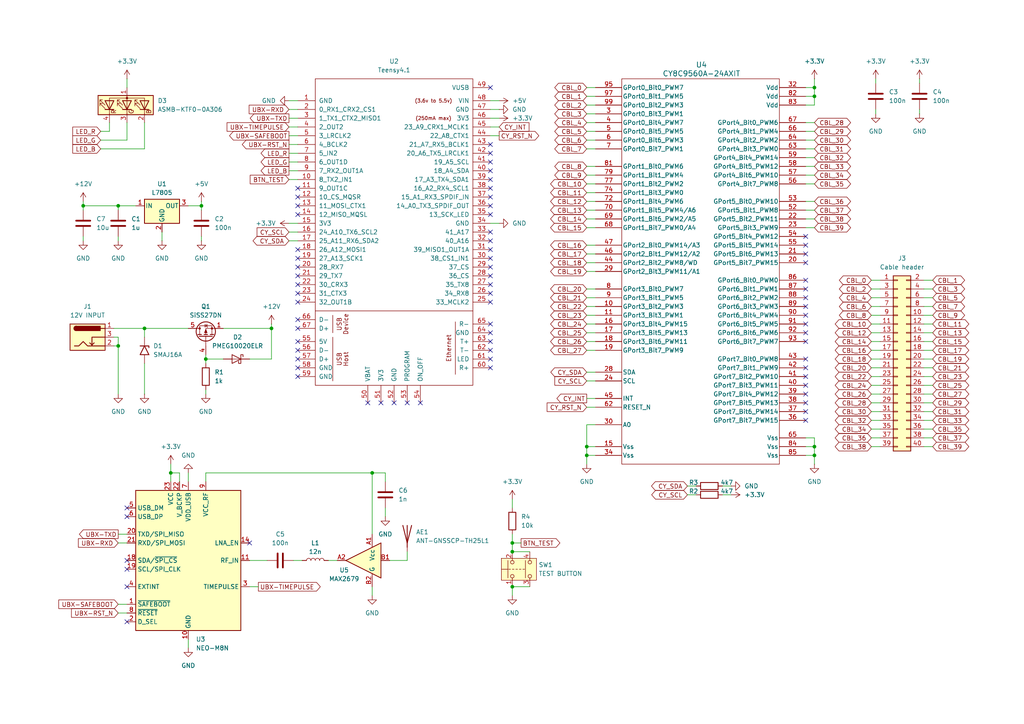
<source format=kicad_sch>
(kicad_sch (version 20231120) (generator "eeschema") (generator_version "8.0")
  (paper "A4")
  (title_block (title "Hardware Hiring Challenge") (date "2024-05-23") (rev "A") (company "comma.ai"))
  (lib_symbols
    (symbol "CY8C9560A:CY8C9560A-24AXIT" (pin_names (offset 0.254))
      (property "Reference" "U" (at 22.352 4.064 0))
      (property "Value" "CY8C9560A-24AXIT" (at 22.352 1.524 0))
      (symbol "CY8C9560A-24AXIT_0_1"
        (pin bidirectional line (at -7.62 -66.04 0) (length 7.62) (name "GPort3_Bit2_PWM3") (number "10"))
        (pin bidirectional line (at -7.62 -68.58 0) (length 7.62) (name "GPort3_Bit3_PWM1") (number "11"))
        (pin power_in line (at -7.62 -106.68 0) (length 7.62) (name "Vss") (number "15"))
        (pin bidirectional line (at -7.62 -71.12 0) (length 7.62) (name "GPort3_Bit4_PWM15") (number "16"))
        (pin bidirectional line (at -7.62 -73.66 0) (length 7.62) (name "GPort3_Bit5_PWM13") (number "17"))
        (pin bidirectional line (at -7.62 -76.2 0) (length 7.62) (name "GPort3_Bit6_PWM11") (number "18"))
        (pin bidirectional line (at -7.62 -78.74 0) (length 7.62) (name "GPort3_Bit7_PWM9") (number "19"))
        (pin unspecified line (at 53.34 -53.34 180) (length 7.62) (name "GPort5_Bit7_PWM15") (number "20"))
        (pin unspecified line (at 53.34 -50.8 180) (length 7.62) (name "GPort5_Bit6_PWM13") (number "21"))
        (pin unspecified line (at 53.34 -40.64 180) (length 7.62) (name "GPort5_Bit2_PWM11") (number "22"))
        (pin unspecified line (at 53.34 -43.18 180) (length 7.62) (name "GPort5_Bit3_PWM9") (number "23"))
        (pin input line (at -7.62 -87.63 0) (length 7.62) (name "SCL") (number "24"))
        (pin bidirectional line (at -7.62 -85.09 0) (length 7.62) (name "SDA") (number "28"))
        (pin bidirectional line (at -7.62 -55.88 0) (length 7.62) (name "GPort2_Bit3_PWM11/A1") (number "29"))
        (pin bidirectional line (at -7.62 -10.16 0) (length 7.62) (name "GPort0_Bit3_PWM1") (number "3"))
        (pin input line (at -7.62 -100.33 0) (length 7.62) (name "A0") (number "30"))
        (pin power_in line (at 53.34 -2.54 180) (length 7.62) (name "Vdd") (number "32"))
        (pin power_in line (at -7.62 -109.22 0) (length 7.62) (name "Vss") (number "34"))
        (pin bidirectional line (at 53.34 -99.06 180) (length 7.62) (name "GPort7_Bit7_PWM15") (number "36"))
        (pin bidirectional line (at 53.34 -96.52 180) (length 7.62) (name "GPort7_Bit6_PWM14") (number "37"))
        (pin bidirectional line (at 53.34 -93.98 180) (length 7.62) (name "GPort7_Bit5_PWM13") (number "38"))
        (pin bidirectional line (at 53.34 -91.44 180) (length 7.62) (name "GPort7_Bit4_PWM12") (number "39"))
        (pin bidirectional line (at -7.62 -12.7 0) (length 7.62) (name "GPort0_Bit4_PWM7") (number "4"))
        (pin bidirectional line (at 53.34 -88.9 180) (length 7.62) (name "GPort7_Bit3_PWM11") (number "40"))
        (pin bidirectional line (at 53.34 -86.36 180) (length 7.62) (name "GPort7_Bit2_PWM10") (number "41"))
        (pin bidirectional line (at 53.34 -83.82 180) (length 7.62) (name "GPort7_Bit1_PWM9") (number "42"))
        (pin bidirectional line (at 53.34 -81.28 180) (length 7.62) (name "GPort7_Bit0_PWM8") (number "43"))
        (pin bidirectional line (at -7.62 -53.34 0) (length 7.62) (name "GPort2_Bit2_PWM8/WD") (number "44"))
        (pin output line (at -7.62 -92.71 0) (length 7.62) (name "INT") (number "45"))
        (pin bidirectional line (at -7.62 -50.8 0) (length 7.62) (name "GPort2_Bit1_PWM12/A2") (number "46"))
        (pin bidirectional line (at -7.62 -48.26 0) (length 7.62) (name "GPort2_Bit0_PWM14/A3") (number "47"))
        (pin bidirectional line (at -7.62 -15.24 0) (length 7.62) (name "GPort0_Bit5_PWM5") (number "5"))
        (pin unspecified line (at 53.34 -38.1 180) (length 7.62) (name "GPort5_Bit1_PWM8") (number "52"))
        (pin unspecified line (at 53.34 -35.56 180) (length 7.62) (name "GPort5_Bit0_PWM10") (number "53"))
        (pin unspecified line (at 53.34 -45.72 180) (length 7.62) (name "GPort5_Bit4_PWM12") (number "54"))
        (pin unspecified line (at 53.34 -48.26 180) (length 7.62) (name "GPort5_Bit5_PWM14") (number "55"))
        (pin unspecified line (at 53.34 -30.48 180) (length 7.62) (name "GPort4_Bit7_PWM8") (number "56"))
        (pin unspecified line (at 53.34 -27.94 180) (length 7.62) (name "GPort4_Bit6_PWM10") (number "57"))
        (pin unspecified line (at 53.34 -25.4 180) (length 7.62) (name "GPort4_Bit5_PWM12") (number "58"))
        (pin unspecified line (at 53.34 -22.86 180) (length 7.62) (name "GPort4_Bit4_PWM14") (number "59"))
        (pin bidirectional line (at -7.62 -17.78 0) (length 7.62) (name "GPort0_Bit6_PWM3") (number "6"))
        (pin input line (at -7.62 -95.25 0) (length 7.62) (name "RESET_N") (number "62"))
        (pin unspecified line (at 53.34 -20.32 180) (length 7.62) (name "GPort4_Bit3_PWM0") (number "63"))
        (pin unspecified line (at 53.34 -17.78 180) (length 7.62) (name "GPort4_Bit2_PWM2") (number "64"))
        (pin power_in line (at 53.34 -104.14 180) (length 7.62) (name "Vss") (number "65"))
        (pin unspecified line (at 53.34 -15.24 180) (length 7.62) (name "GPort4_Bit1_PWM4") (number "66"))
        (pin unspecified line (at 53.34 -12.7 180) (length 7.62) (name "GPort4_Bit0_PWM6") (number "67"))
        (pin unspecified line (at -7.62 -43.18 0) (length 7.62) (name "GPort1_Bit7_PWM0/A4") (number "68"))
        (pin unspecified line (at -7.62 -40.64 0) (length 7.62) (name "GPort1_Bit6_PWM2/A5") (number "69"))
        (pin bidirectional line (at -7.62 -20.32 0) (length 7.62) (name "GPort0_Bit7_PWM1") (number "7"))
        (pin unspecified line (at -7.62 -38.1 0) (length 7.62) (name "GPort1_Bit5_PWM4/A6") (number "70"))
        (pin unspecified line (at -7.62 -35.56 0) (length 7.62) (name "GPort1_Bit4_PWM6") (number "72"))
        (pin unspecified line (at -7.62 -33.02 0) (length 7.62) (name "GPort1_Bit3_PWM0") (number "74"))
        (pin unspecified line (at -7.62 -30.48 0) (length 7.62) (name "GPort1_Bit2_PWM2") (number "77"))
        (pin unspecified line (at -7.62 -27.94 0) (length 7.62) (name "GPort1_Bit1_PWM4") (number "79"))
        (pin bidirectional line (at -7.62 -60.96 0) (length 7.62) (name "GPort3_Bit0_PWM7") (number "8"))
        (pin unspecified line (at -7.62 -25.4 0) (length 7.62) (name "GPort1_Bit0_PWM6") (number "81"))
        (pin power_in line (at 53.34 -5.08 180) (length 7.62) (name "Vdd") (number "82"))
        (pin power_in line (at 53.34 -7.62 180) (length 7.62) (name "Vdd") (number "83"))
        (pin power_in line (at 53.34 -106.68 180) (length 7.62) (name "Vss") (number "84"))
        (pin power_in line (at 53.34 -109.22 180) (length 7.62) (name "Vss") (number "85"))
        (pin bidirectional line (at 53.34 -58.42 180) (length 7.62) (name "GPort6_Bit0_PWM0") (number "86"))
        (pin bidirectional line (at 53.34 -60.96 180) (length 7.62) (name "GPort6_Bit1_PWM1") (number "87"))
        (pin bidirectional line (at 53.34 -63.5 180) (length 7.62) (name "GPort6_Bit2_PWM2") (number "88"))
        (pin bidirectional line (at 53.34 -66.04 180) (length 7.62) (name "GPort6_Bit3_PWM3") (number "89"))
        (pin bidirectional line (at -7.62 -63.5 0) (length 7.62) (name "GPort3_Bit1_PWM5") (number "9"))
        (pin bidirectional line (at 53.34 -68.58 180) (length 7.62) (name "GPort6_Bit4_PWM4") (number "90"))
        (pin bidirectional line (at 53.34 -71.12 180) (length 7.62) (name "GPort6_Bit5_PWM5") (number "91"))
        (pin bidirectional line (at 53.34 -73.66 180) (length 7.62) (name "GPort6_Bit6_PWM6") (number "92"))
        (pin bidirectional line (at 53.34 -76.2 180) (length 7.62) (name "GPort6_Bit7_PWM7") (number "93"))
        (pin bidirectional line (at -7.62 -2.54 0) (length 7.62) (name "GPort0_Bit0_PWM7") (number "95"))
        (pin bidirectional line (at -7.62 -5.08 0) (length 7.62) (name "GPort0_Bit1_PWM5") (number "97"))
        (pin bidirectional line (at -7.62 -7.62 0) (length 7.62) (name "GPort0_Bit2_PWM3") (number "99"))
      )
    )
    (symbol "Connector:Barrel_Jack_Switch" (pin_names hide)
      (property "Reference" "J" (at 0 5.334 0))
      (property "Value" "Barrel_Jack_Switch" (at 0 -5.08 0))
      (symbol "Barrel_Jack_Switch_1_1"
        (pin passive line (at 7.62 2.54 180) (length 2.54) (name "~") (number "1"))
        (pin passive line (at 7.62 -2.54 180) (length 2.54) (name "~") (number "2"))
        (pin passive line (at 7.62 0 180) (length 2.54) (name "~") (number "3"))
      )
    )
    (symbol "Connector_Generic:Conn_02x20_Odd_Even" (pin_names (offset 1.016) hide)
      (property "Reference" "J" (at 1.27 25.4 0))
      (property "Value" "Conn_02x20_Odd_Even" (at 1.27 -27.94 0))
      (symbol "Conn_02x20_Odd_Even_1_1"
        (pin passive line (at -5.08 22.86 0) (length 3.81) (name "Pin_1") (number "1"))
        (pin passive line (at 7.62 12.7 180) (length 3.81) (name "Pin_10") (number "10"))
        (pin passive line (at -5.08 10.16 0) (length 3.81) (name "Pin_11") (number "11"))
        (pin passive line (at 7.62 10.16 180) (length 3.81) (name "Pin_12") (number "12"))
        (pin passive line (at -5.08 7.62 0) (length 3.81) (name "Pin_13") (number "13"))
        (pin passive line (at 7.62 7.62 180) (length 3.81) (name "Pin_14") (number "14"))
        (pin passive line (at -5.08 5.08 0) (length 3.81) (name "Pin_15") (number "15"))
        (pin passive line (at 7.62 5.08 180) (length 3.81) (name "Pin_16") (number "16"))
        (pin passive line (at -5.08 2.54 0) (length 3.81) (name "Pin_17") (number "17"))
        (pin passive line (at 7.62 2.54 180) (length 3.81) (name "Pin_18") (number "18"))
        (pin passive line (at -5.08 0 0) (length 3.81) (name "Pin_19") (number "19"))
        (pin passive line (at 7.62 22.86 180) (length 3.81) (name "Pin_2") (number "2"))
        (pin passive line (at 7.62 0 180) (length 3.81) (name "Pin_20") (number "20"))
        (pin passive line (at -5.08 -2.54 0) (length 3.81) (name "Pin_21") (number "21"))
        (pin passive line (at 7.62 -2.54 180) (length 3.81) (name "Pin_22") (number "22"))
        (pin passive line (at -5.08 -5.08 0) (length 3.81) (name "Pin_23") (number "23"))
        (pin passive line (at 7.62 -5.08 180) (length 3.81) (name "Pin_24") (number "24"))
        (pin passive line (at -5.08 -7.62 0) (length 3.81) (name "Pin_25") (number "25"))
        (pin passive line (at 7.62 -7.62 180) (length 3.81) (name "Pin_26") (number "26"))
        (pin passive line (at -5.08 -10.16 0) (length 3.81) (name "Pin_27") (number "27"))
        (pin passive line (at 7.62 -10.16 180) (length 3.81) (name "Pin_28") (number "28"))
        (pin passive line (at -5.08 -12.7 0) (length 3.81) (name "Pin_29") (number "29"))
        (pin passive line (at -5.08 20.32 0) (length 3.81) (name "Pin_3") (number "3"))
        (pin passive line (at 7.62 -12.7 180) (length 3.81) (name "Pin_30") (number "30"))
        (pin passive line (at -5.08 -15.24 0) (length 3.81) (name "Pin_31") (number "31"))
        (pin passive line (at 7.62 -15.24 180) (length 3.81) (name "Pin_32") (number "32"))
        (pin passive line (at -5.08 -17.78 0) (length 3.81) (name "Pin_33") (number "33"))
        (pin passive line (at 7.62 -17.78 180) (length 3.81) (name "Pin_34") (number "34"))
        (pin passive line (at -5.08 -20.32 0) (length 3.81) (name "Pin_35") (number "35"))
        (pin passive line (at 7.62 -20.32 180) (length 3.81) (name "Pin_36") (number "36"))
        (pin passive line (at -5.08 -22.86 0) (length 3.81) (name "Pin_37") (number "37"))
        (pin passive line (at 7.62 -22.86 180) (length 3.81) (name "Pin_38") (number "38"))
        (pin passive line (at -5.08 -25.4 0) (length 3.81) (name "Pin_39") (number "39"))
        (pin passive line (at 7.62 20.32 180) (length 3.81) (name "Pin_4") (number "4"))
        (pin passive line (at 7.62 -25.4 180) (length 3.81) (name "Pin_40") (number "40"))
        (pin passive line (at -5.08 17.78 0) (length 3.81) (name "Pin_5") (number "5"))
        (pin passive line (at 7.62 17.78 180) (length 3.81) (name "Pin_6") (number "6"))
        (pin passive line (at -5.08 15.24 0) (length 3.81) (name "Pin_7") (number "7"))
        (pin passive line (at 7.62 15.24 180) (length 3.81) (name "Pin_8") (number "8"))
        (pin passive line (at -5.08 12.7 0) (length 3.81) (name "Pin_9") (number "9"))
      )
    )
    (symbol "Device:Antenna" (pin_numbers hide) (pin_names (offset 1.016) hide)
      (property "Reference" "AE" (at -1.905 1.905 0))
      (property "Value" "Antenna" (at -1.905 0 0))
      (symbol "Antenna_1_1"
        (pin input line (at 0 -5.08 90) (length 2.54) (name "A") (number "1"))
      )
    )
    (symbol "Device:C" (pin_numbers hide) (pin_names (offset 0.254))
      (property "Reference" "C" (at 0.635 2.54 0))
      (property "Value" "C" (at 0.635 -2.54 0))
      (symbol "C_1_1"
        (pin passive line (at 0 3.81 270) (length 2.794) (name "~") (number "1"))
        (pin passive line (at 0 -3.81 90) (length 2.794) (name "~") (number "2"))
      )
    )
    (symbol "Device:L" (pin_numbers hide) (pin_names (offset 1.016) hide)
      (property "Reference" "L" (at -1.27 0 90))
      (property "Value" "L" (at 1.905 0 90))
      (symbol "L_1_1"
        (pin passive line (at 0 3.81 270) (length 1.27) (name "1") (number "1"))
        (pin passive line (at 0 -3.81 90) (length 1.27) (name "2") (number "2"))
      )
    )
    (symbol "Device:LED_ABGR" (pin_names (offset 0) hide)
      (property "Reference" "D" (at 0 9.398 0))
      (property "Value" "LED_ABGR" (at 0 -8.89 0))
      (symbol "LED_ABGR_0_0"
        (text "B" (at -1.905 -6.35 0) (effects (font (size 1.27 1.27))))
        (text "G" (at -1.905 -1.27 0) (effects (font (size 1.27 1.27))))
        (text "R" (at -1.905 3.81 0) (effects (font (size 1.27 1.27))))
      )
      (symbol "LED_ABGR_1_1"
        (pin passive line (at 5.08 0 180) (length 2.54) (name "A") (number "1"))
        (pin passive line (at -5.08 -5.08 0) (length 2.54) (name "BK") (number "2"))
        (pin passive line (at -5.08 0 0) (length 2.54) (name "GK") (number "3"))
        (pin passive line (at -5.08 5.08 0) (length 2.54) (name "RK") (number "4"))
      )
    )
    (symbol "Device:R" (pin_numbers hide) (pin_names (offset 0))
      (property "Reference" "R" (at 2.032 0 90))
      (property "Value" "R" (at 0 0 90))
      (symbol "R_1_1"
        (pin passive line (at 0 3.81 270) (length 1.27) (name "~") (number "1"))
        (pin passive line (at 0 -3.81 90) (length 1.27) (name "~") (number "2"))
      )
    )
    (symbol "Diode:PMEG10020ELR" (pin_numbers hide) (pin_names hide)
      (property "Reference" "D" (at 0 2.54 0))
      (property "Value" "PMEG10020ELR" (at 0 -2.54 0))
      (symbol "PMEG10020ELR_1_1"
        (pin passive line (at -3.81 0 0) (length 2.54) (name "K") (number "1"))
        (pin passive line (at 3.81 0 180) (length 2.54) (name "A") (number "2"))
      )
    )
    (symbol "Diode:SMAJ16A" (pin_numbers hide) (pin_names (offset 1.016) hide)
      (property "Reference" "D" (at 0 2.54 0))
      (property "Value" "SMAJ16A" (at 0 -2.54 0))
      (symbol "SMAJ16A_1_1"
        (pin passive line (at -3.81 0 0) (length 2.54) (name "A1") (number "1"))
        (pin passive line (at 3.81 0 180) (length 2.54) (name "A2") (number "2"))
      )
    )
    (symbol "RF_Amplifier:MAX2679"
      (property "Reference" "U" (at 2.54 6.35 0))
      (property "Value" "MAX2679" (at 3.81 3.81 0))
      (symbol "MAX2679_1_1"
        (pin power_in line (at -2.54 7.62 270) (length 3.81) (name "Vcc") (number "A1"))
        (pin output line (at 7.62 0 180) (length 2.54) (name "~") (number "A2"))
        (pin input line (at -7.62 0 0) (length 2.54) (name "~") (number "B1"))
        (pin power_in line (at -2.54 -7.62 90) (length 3.81) (name "G") (number "B2"))
      )
    )
    (symbol "RF_GPS:NEO-M8N"
      (property "Reference" "U" (at -13.97 21.59 0))
      (property "Value" "NEO-M8N" (at 11.43 21.59 0))
      (symbol "NEO-M8N_1_1"
        (pin input line (at -17.78 -12.7 0) (length 2.54) (name "~{SAFEBOOT}") (number "1"))
        (pin power_in line (at 0 -22.86 90) (length 2.54) (name "GND") (number "10"))
        (pin input line (at 17.78 0 180) (length 2.54) (name "RF_IN") (number "11"))
        (pin passive line (at 0 -22.86 90) (length 2.54) hide (name "GND") (number "12"))
        (pin passive line (at 0 -22.86 90) (length 2.54) hide (name "GND") (number "13"))
        (pin output line (at 17.78 5.08 180) (length 2.54) (name "LNA_EN") (number "14"))
        (pin no_connect line (at 15.24 -10.16 180) (length 2.54) hide (name "RESERVED") (number "15"))
        (pin no_connect line (at 15.24 -12.7 180) (length 2.54) hide (name "RESERVED") (number "16"))
        (pin no_connect line (at 15.24 -15.24 180) (length 2.54) hide (name "RESERVED") (number "17"))
        (pin bidirectional line (at -17.78 0 0) (length 2.54) (name "SDA/~{SPI_CS}") (number "18"))
        (pin input line (at -17.78 -2.54 0) (length 2.54) (name "SCL/SPI_CLK") (number "19"))
        (pin input line (at -17.78 -17.78 0) (length 2.54) (name "D_SEL") (number "2"))
        (pin output line (at -17.78 7.62 0) (length 2.54) (name "TXD/SPI_MISO") (number "20"))
        (pin input line (at -17.78 5.08 0) (length 2.54) (name "RXD/SPI_MOSI") (number "21"))
        (pin power_in line (at -2.54 22.86 270) (length 2.54) (name "V_BCKP") (number "22"))
        (pin power_in line (at -5.08 22.86 270) (length 2.54) (name "VCC") (number "23"))
        (pin passive line (at 0 -22.86 90) (length 2.54) hide (name "GND") (number "24"))
        (pin output line (at 17.78 -7.62 180) (length 2.54) (name "TIMEPULSE") (number "3"))
        (pin input line (at -17.78 -7.62 0) (length 2.54) (name "EXTINT") (number "4"))
        (pin bidirectional line (at -17.78 15.24 0) (length 2.54) (name "USB_DM") (number "5"))
        (pin bidirectional line (at -17.78 12.7 0) (length 2.54) (name "USB_DP") (number "6"))
        (pin power_in line (at 0 22.86 270) (length 2.54) (name "VDD_USB") (number "7"))
        (pin input line (at -17.78 -15.24 0) (length 2.54) (name "~{RESET}") (number "8"))
        (pin power_out line (at 5.08 22.86 270) (length 2.54) (name "VCC_RF") (number "9"))
      )
    )
    (symbol "Regulator_Linear:L7805" (pin_names (offset 0.254))
      (property "Reference" "U" (at -3.81 3.175 0))
      (property "Value" "L7805" (at 0 3.175 0))
      (symbol "L7805_1_1"
        (pin power_in line (at -7.62 0 0) (length 2.54) (name "IN") (number "1"))
        (pin power_in line (at 0 -7.62 90) (length 2.54) (name "GND") (number "2"))
        (pin power_out line (at 7.62 0 180) (length 2.54) (name "OUT") (number "3"))
      )
    )
    (symbol "Switch:SW_Push_Dual" (pin_names (offset 1.016) hide)
      (property "Reference" "SW" (at 0 7.62 0))
      (property "Value" "SW_Push_Dual" (at 0 -6.35 0))
      (symbol "SW_Push_Dual_0_1"
        (pin passive line (at -5.08 2.54 0) (length 2.54) (name "1") (number "1"))
        (pin passive line (at 5.08 2.54 180) (length 2.54) (name "2") (number "2"))
        (pin passive line (at -5.08 -2.54 0) (length 2.54) (name "3") (number "3"))
        (pin passive line (at 5.08 -2.54 180) (length 2.54) (name "4") (number "4"))
      )
    )
    (symbol "Transistor_FET:SiSS27DN" (pin_names hide)
      (property "Reference" "Q" (at 5.08 1.905 0))
      (property "Value" "SiSS27DN" (at 5.08 0 0))
      (symbol "SiSS27DN_1_1"
        (pin passive line (at 2.54 -5.08 90) (length 2.54) (name "S") (number "1"))
        (pin passive line (at 2.54 -5.08 90) (length 2.54) hide (name "S") (number "2"))
        (pin passive line (at 2.54 -5.08 90) (length 2.54) hide (name "S") (number "3"))
        (pin passive line (at -5.08 0 0) (length 2.54) (name "G") (number "4"))
        (pin passive line (at 2.54 5.08 270) (length 2.54) (name "D") (number "5"))
      )
    )
    (symbol "power:+12V" (power) (pin_numbers hide) (pin_names (offset 0) hide)
      (property "Value" "+12V" (at 0 3.556 0))
      (symbol "+12V_1_1"
        (pin power_in line (at 0 0 90) (length 0) (name "~") (number "1"))
      )
    )
    (symbol "power:+3.3V" (power) (pin_numbers hide) (pin_names (offset 0) hide)
      (property "Value" "+3.3V" (at 0 3.556 0))
      (symbol "+3.3V_1_1"
        (pin power_in line (at 0 0 90) (length 0) (name "~") (number "1"))
      )
    )
    (symbol "power:+5V" (power) (pin_numbers hide) (pin_names (offset 0) hide)
      (property "Value" "+5V" (at 0 3.556 0))
      (symbol "+5V_1_1"
        (pin power_in line (at 0 0 90) (length 0) (name "~") (number "1"))
      )
    )
    (symbol "power:GND" (power) (pin_numbers hide) (pin_names (offset 0) hide)
      (property "Value" "GND" (at 0 -3.81 0))
      (symbol "GND_1_1"
        (pin power_in line (at 0 0 270) (length 0) (name "~") (number "1"))
      )
    )
    (symbol "teensy:Teensy4.1" (pin_names (offset 1.016))
      (property "Reference" "U" (at 0 64.77 0))
      (property "Value" "Teensy4.1" (at 0 62.23 0))
      (symbol "Teensy4.1_0_0"
        (text "(250mA max)" (at 11.43 49.53 0) (effects (font (size 1.016 1.016))))
        (text "(3.6v to 5.5v)" (at 11.43 54.61 0) (effects (font (size 1.016 1.016))))
        (text "Device" (at -13.97 -10.16 900) (effects (font (size 1.27 1.27))))
        (text "Ethernet" (at 15.875 -17.145 900) (effects (font (size 1.27 1.27))))
        (text "Host" (at -13.97 -20.32 900) (effects (font (size 1.27 1.27))))
        (text "USB" (at -15.875 -20.32 900) (effects (font (size 1.27 1.27))))
        (text "USB" (at -15.875 -10.16 900) (effects (font (size 1.27 1.27))))
        (pin bidirectional line (at -27.94 31.75 0) (length 5.08) (name "8_TX2_IN1") (number "10"))
        (pin bidirectional line (at -27.94 29.21 0) (length 5.08) (name "9_OUT1C") (number "11"))
        (pin bidirectional line (at -27.94 26.67 0) (length 5.08) (name "10_CS_MQSR") (number "12"))
        (pin bidirectional line (at -27.94 24.13 0) (length 5.08) (name "11_MOSI_CTX1") (number "13"))
        (pin bidirectional line (at -27.94 21.59 0) (length 5.08) (name "12_MISO_MQSL") (number "14"))
        (pin power_in line (at -27.94 19.05 0) (length 5.08) (name "3V3") (number "15"))
        (pin bidirectional line (at -27.94 16.51 0) (length 5.08) (name "24_A10_TX6_SCL2") (number "16"))
        (pin bidirectional line (at -27.94 13.97 0) (length 5.08) (name "25_A11_RX6_SDA2") (number "17"))
        (pin bidirectional line (at -27.94 11.43 0) (length 5.08) (name "26_A12_MOSI1") (number "18"))
        (pin bidirectional line (at -27.94 8.89 0) (length 5.08) (name "27_A13_SCK1") (number "19"))
        (pin bidirectional line (at -27.94 6.35 0) (length 5.08) (name "28_RX7") (number "20"))
        (pin bidirectional line (at -27.94 3.81 0) (length 5.08) (name "29_TX7") (number "21"))
        (pin bidirectional line (at -27.94 1.27 0) (length 5.08) (name "30_CRX3") (number "22"))
        (pin bidirectional line (at -27.94 -1.27 0) (length 5.08) (name "31_CTX3") (number "23"))
        (pin bidirectional line (at -27.94 -3.81 0) (length 5.08) (name "32_OUT1B") (number "24"))
        (pin bidirectional line (at 27.94 -3.81 180) (length 5.08) (name "33_MCLK2") (number "25"))
        (pin bidirectional line (at 27.94 -1.27 180) (length 5.08) (name "34_RX8") (number "26"))
        (pin bidirectional line (at 27.94 1.27 180) (length 5.08) (name "35_TX8") (number "27"))
        (pin bidirectional line (at 27.94 3.81 180) (length 5.08) (name "36_CS") (number "28"))
        (pin bidirectional line (at 27.94 6.35 180) (length 5.08) (name "37_CS") (number "29"))
        (pin bidirectional line (at 27.94 8.89 180) (length 5.08) (name "38_CS1_IN1") (number "30"))
        (pin bidirectional line (at 27.94 11.43 180) (length 5.08) (name "39_MISO1_OUT1A") (number "31"))
        (pin bidirectional line (at 27.94 13.97 180) (length 5.08) (name "40_A16") (number "32"))
        (pin bidirectional line (at 27.94 16.51 180) (length 5.08) (name "41_A17") (number "33"))
        (pin bidirectional line (at 27.94 21.59 180) (length 5.08) (name "13_SCK_LED") (number "35"))
        (pin bidirectional line (at 27.94 24.13 180) (length 5.08) (name "14_A0_TX3_SPDIF_OUT") (number "36"))
        (pin bidirectional line (at 27.94 26.67 180) (length 5.08) (name "15_A1_RX3_SPDIF_IN") (number "37"))
        (pin bidirectional line (at 27.94 29.21 180) (length 5.08) (name "16_A2_RX4_SCL1") (number "38"))
        (pin bidirectional line (at 27.94 31.75 180) (length 5.08) (name "17_A3_TX4_SDA1") (number "39"))
        (pin bidirectional line (at 27.94 34.29 180) (length 5.08) (name "18_A4_SDA") (number "40"))
        (pin bidirectional line (at 27.94 36.83 180) (length 5.08) (name "19_A5_SCL") (number "41"))
        (pin bidirectional line (at 27.94 39.37 180) (length 5.08) (name "20_A6_TX5_LRCLK1") (number "42"))
        (pin bidirectional line (at 27.94 41.91 180) (length 5.08) (name "21_A7_RX5_BCLK1") (number "43"))
        (pin bidirectional line (at 27.94 44.45 180) (length 5.08) (name "22_A8_CTX1") (number "44"))
        (pin bidirectional line (at 27.94 46.99 180) (length 5.08) (name "23_A9_CRX1_MCLK1") (number "45"))
        (pin output line (at 27.94 49.53 180) (length 5.08) (name "3V3") (number "46"))
        (pin output line (at 27.94 52.07 180) (length 5.08) (name "GND") (number "47"))
        (pin power_in line (at 27.94 54.61 180) (length 5.08) (name "VIN") (number "48"))
        (pin power_out line (at 27.94 58.42 180) (length 5.08) (name "VUSB") (number "49"))
        (pin bidirectional line (at -27.94 44.45 0) (length 5.08) (name "3_LRCLK2") (number "5"))
        (pin power_in line (at -7.62 -33.02 90) (length 5.08) (name "VBAT") (number "50"))
        (pin power_in line (at -3.81 -33.02 90) (length 5.08) (name "3V3") (number "51"))
        (pin input line (at 0 -33.02 90) (length 5.08) (name "GND") (number "52"))
        (pin input line (at 3.81 -33.02 90) (length 5.08) (name "PROGRAM") (number "53"))
        (pin input line (at 7.62 -33.02 90) (length 5.08) (name "ON_OFF") (number "54"))
        (pin power_out line (at -27.94 -15.24 0) (length 5.08) (name "5V") (number "55"))
        (pin bidirectional line (at -27.94 -17.78 0) (length 5.08) (name "D-") (number "56"))
        (pin bidirectional line (at -27.94 -20.32 0) (length 5.08) (name "D+") (number "57"))
        (pin power_in line (at -27.94 -22.86 0) (length 5.08) (name "GND") (number "58"))
        (pin power_in line (at -27.94 -25.4 0) (length 5.08) (name "GND") (number "59"))
        (pin bidirectional line (at -27.94 41.91 0) (length 5.08) (name "4_BCLK2") (number "6"))
        (pin bidirectional line (at 27.94 -22.86 180) (length 5.08) (name "R+") (number "60"))
        (pin bidirectional line (at 27.94 -20.32 180) (length 5.08) (name "LED") (number "61"))
        (pin bidirectional line (at 27.94 -17.78 180) (length 5.08) (name "T-") (number "62"))
        (pin bidirectional line (at 27.94 -15.24 180) (length 5.08) (name "T+") (number "63"))
        (pin power_in line (at 27.94 -12.7 180) (length 5.08) (name "GND") (number "64"))
        (pin bidirectional line (at 27.94 -10.16 180) (length 5.08) (name "R-") (number "65"))
        (pin bidirectional line (at -27.94 -8.89 0) (length 5.08) (name "D-") (number "66"))
        (pin bidirectional line (at -27.94 -11.43 0) (length 5.08) (name "D+") (number "67"))
        (pin bidirectional line (at -27.94 39.37 0) (length 5.08) (name "5_IN2") (number "7"))
        (pin bidirectional line (at -27.94 36.83 0) (length 5.08) (name "6_OUT1D") (number "8"))
        (pin bidirectional line (at -27.94 34.29 0) (length 5.08) (name "7_RX2_OUT1A") (number "9"))
      )
      (symbol "Teensy4.1_1_1"
        (pin power_in line (at -27.94 54.61 0) (length 5.08) (name "GND") (number "1"))
        (pin bidirectional line (at -27.94 52.07 0) (length 5.08) (name "0_RX1_CRX2_CS1") (number "2"))
        (pin bidirectional line (at -27.94 49.53 0) (length 5.08) (name "1_TX1_CTX2_MISO1") (number "3"))
        (pin power_in line (at 27.94 19.05 180) (length 5.08) (name "GND") (number "34"))
        (pin bidirectional line (at -27.94 46.99 0) (length 5.08) (name "2_OUT2") (number "4"))
      )
    )
  )
  (junction (at 41.91 95.25))
  (junction (at 236.22 132.08))
  (junction (at 24.13 59.69))
  (junction (at 58.42 59.69))
  (junction (at 148.59 157.48))
  (junction (at 34.29 59.69))
  (junction (at 148.59 160.02))
  (junction (at 170.18 132.08))
  (junction (at 107.95 137.16))
  (junction (at 236.22 129.54))
  (junction (at 34.29 100.33))
  (junction (at 78.74 95.25))
  (junction (at 236.22 25.4))
  (junction (at 59.69 104.14))
  (junction (at 236.22 27.94))
  (junction (at 170.18 129.54))
  (junction (at 49.53 137.16))
  (junction (at 148.59 170.18))
  (no_connect (at 86.36 57.15))
  (no_connect (at 142.24 104.14))
  (no_connect (at 121.92 116.84))
  (no_connect (at 142.24 41.91))
  (no_connect (at 142.24 96.52))
  (no_connect (at 36.83 162.56))
  (no_connect (at 106.68 116.84))
  (no_connect (at 86.36 99.06))
  (no_connect (at 233.68 71.12))
  (no_connect (at 233.68 73.66))
  (no_connect (at 86.36 85.09))
  (no_connect (at 36.83 149.86))
  (no_connect (at 233.68 114.3))
  (no_connect (at 114.3 116.84))
  (no_connect (at 86.36 106.68))
  (no_connect (at 142.24 67.31))
  (no_connect (at 142.24 49.53))
  (no_connect (at 86.36 82.55))
  (no_connect (at 142.24 62.23))
  (no_connect (at 233.68 119.38))
  (no_connect (at 86.36 80.01))
  (no_connect (at 86.36 59.69))
  (no_connect (at 233.68 121.92))
  (no_connect (at 142.24 87.63))
  (no_connect (at 110.49 116.84))
  (no_connect (at 233.68 91.44))
  (no_connect (at 36.83 180.34))
  (no_connect (at 233.68 86.36))
  (no_connect (at 233.68 104.14))
  (no_connect (at 233.68 93.98))
  (no_connect (at 233.68 96.52))
  (no_connect (at 86.36 92.71))
  (no_connect (at 233.68 111.76))
  (no_connect (at 86.36 87.63))
  (no_connect (at 36.83 165.1))
  (no_connect (at 86.36 104.14))
  (no_connect (at 142.24 82.55))
  (no_connect (at 36.83 147.32))
  (no_connect (at 142.24 54.61))
  (no_connect (at 142.24 69.85))
  (no_connect (at 233.68 68.58))
  (no_connect (at 142.24 85.09))
  (no_connect (at 86.36 54.61))
  (no_connect (at 142.24 59.69))
  (no_connect (at 36.83 170.18))
  (no_connect (at 233.68 81.28))
  (no_connect (at 86.36 72.39))
  (no_connect (at 233.68 76.2))
  (no_connect (at 142.24 46.99))
  (no_connect (at 233.68 106.68))
  (no_connect (at 142.24 25.4))
  (no_connect (at 233.68 88.9))
  (no_connect (at 86.36 74.93))
  (no_connect (at 86.36 101.6))
  (no_connect (at 142.24 101.6))
  (no_connect (at 142.24 74.93))
  (no_connect (at 233.68 99.06))
  (no_connect (at 142.24 72.39))
  (no_connect (at 86.36 109.22))
  (no_connect (at 142.24 80.01))
  (no_connect (at 142.24 99.06))
  (no_connect (at 233.68 109.22))
  (no_connect (at 86.36 95.25))
  (no_connect (at 233.68 83.82))
  (no_connect (at 86.36 62.23))
  (no_connect (at 142.24 52.07))
  (no_connect (at 142.24 77.47))
  (no_connect (at 142.24 93.98))
  (no_connect (at 86.36 77.47))
  (no_connect (at 142.24 57.15))
  (no_connect (at 72.39 157.48))
  (no_connect (at 118.11 116.84))
  (no_connect (at 142.24 44.45))
  (no_connect (at 142.24 106.68))
  (no_connect (at 233.68 116.84))
  (wire (pts (xy 236.22 35.56) (xy 233.68 35.56)))
  (wire (pts (xy 107.95 154.94) (xy 107.95 137.16)))
  (wire (pts (xy 233.68 25.4) (xy 236.22 25.4)))
  (wire (pts (xy 24.13 59.69) (xy 24.13 60.96)))
  (wire (pts (xy 83.82 41.91) (xy 86.36 41.91)))
  (wire (pts (xy 236.22 58.42) (xy 233.68 58.42)))
  (wire (pts (xy 33.02 95.25) (xy 41.91 95.25)))
  (wire (pts (xy 59.69 104.14) (xy 64.77 104.14)))
  (wire (pts (xy 24.13 59.69) (xy 34.29 59.69)))
  (wire (pts (xy 111.76 147.32) (xy 111.76 149.86)))
  (wire (pts (xy 270.51 119.38) (xy 267.97 119.38)))
  (wire (pts (xy 252.73 88.9) (xy 255.27 88.9)))
  (wire (pts (xy 49.53 134.62) (xy 49.53 137.16)))
  (wire (pts (xy 170.18 53.34) (xy 172.72 53.34)))
  (wire (pts (xy 34.29 68.58) (xy 34.29 69.85)))
  (wire (pts (xy 170.18 60.96) (xy 172.72 60.96)))
  (wire (pts (xy 34.29 177.8) (xy 36.83 177.8)))
  (wire (pts (xy 270.51 81.28) (xy 267.97 81.28)))
  (wire (pts (xy 170.18 91.44) (xy 172.72 91.44)))
  (wire (pts (xy 170.18 93.98) (xy 172.72 93.98)))
  (wire (pts (xy 41.91 95.25) (xy 54.61 95.25)))
  (wire (pts (xy 172.72 123.19) (xy 170.18 123.19)))
  (wire (pts (xy 170.18 48.26) (xy 172.72 48.26)))
  (wire (pts (xy 170.18 58.42) (xy 172.72 58.42)))
  (wire (pts (xy 59.69 102.87) (xy 59.69 104.14)))
  (wire (pts (xy 170.18 30.48) (xy 172.72 30.48)))
  (wire (pts (xy 170.18 123.19) (xy 170.18 129.54)))
  (wire (pts (xy 236.22 43.18) (xy 233.68 43.18)))
  (wire (pts (xy 170.18 96.52) (xy 172.72 96.52)))
  (wire (pts (xy 233.68 129.54) (xy 236.22 129.54)))
  (wire (pts (xy 148.59 170.18) (xy 148.59 172.72)))
  (wire (pts (xy 270.51 88.9) (xy 267.97 88.9)))
  (wire (pts (xy 34.29 175.26) (xy 36.83 175.26)))
  (wire (pts (xy 142.24 34.29) (xy 144.78 34.29)))
  (wire (pts (xy 233.68 30.48) (xy 236.22 30.48)))
  (wire (pts (xy 72.39 170.18) (xy 74.93 170.18)))
  (wire (pts (xy 252.73 127) (xy 255.27 127)))
  (wire (pts (xy 170.18 78.74) (xy 172.72 78.74)))
  (wire (pts (xy 252.73 106.68) (xy 255.27 106.68)))
  (wire (pts (xy 33.02 100.33) (xy 34.29 100.33)))
  (wire (pts (xy 236.22 66.04) (xy 233.68 66.04)))
  (wire (pts (xy 199.39 140.97) (xy 201.93 140.97)))
  (wire (pts (xy 36.83 40.64) (xy 36.83 35.56)))
  (wire (pts (xy 54.61 185.42) (xy 54.61 187.96)))
  (wire (pts (xy 170.18 35.56) (xy 172.72 35.56)))
  (wire (pts (xy 49.53 139.7) (xy 49.53 137.16)))
  (wire (pts (xy 170.18 118.11) (xy 172.72 118.11)))
  (wire (pts (xy 170.18 99.06) (xy 172.72 99.06)))
  (wire (pts (xy 236.22 129.54) (xy 236.22 132.08)))
  (wire (pts (xy 64.77 95.25) (xy 78.74 95.25)))
  (wire (pts (xy 83.82 67.31) (xy 86.36 67.31)))
  (wire (pts (xy 83.82 52.07) (xy 86.36 52.07)))
  (wire (pts (xy 270.51 127) (xy 267.97 127)))
  (wire (pts (xy 170.18 33.02) (xy 172.72 33.02)))
  (wire (pts (xy 270.51 106.68) (xy 267.97 106.68)))
  (wire (pts (xy 29.21 43.18) (xy 41.91 43.18)))
  (wire (pts (xy 36.83 22.86) (xy 36.83 25.4)))
  (wire (pts (xy 58.42 59.69) (xy 58.42 60.96)))
  (wire (pts (xy 270.51 86.36) (xy 267.97 86.36)))
  (wire (pts (xy 252.73 124.46) (xy 255.27 124.46)))
  (wire (pts (xy 270.51 116.84) (xy 267.97 116.84)))
  (wire (pts (xy 148.59 157.48) (xy 151.13 157.48)))
  (wire (pts (xy 252.73 111.76) (xy 255.27 111.76)))
  (wire (pts (xy 170.18 25.4) (xy 172.72 25.4)))
  (wire (pts (xy 270.51 96.52) (xy 267.97 96.52)))
  (wire (pts (xy 24.13 58.42) (xy 24.13 59.69)))
  (wire (pts (xy 59.69 104.14) (xy 59.69 105.41)))
  (wire (pts (xy 34.29 59.69) (xy 34.29 60.96)))
  (wire (pts (xy 95.25 162.56) (xy 97.79 162.56)))
  (wire (pts (xy 170.18 66.04) (xy 172.72 66.04)))
  (wire (pts (xy 34.29 157.48) (xy 36.83 157.48)))
  (wire (pts (xy 236.22 132.08) (xy 236.22 134.62)))
  (wire (pts (xy 236.22 38.1) (xy 233.68 38.1)))
  (wire (pts (xy 142.24 39.37) (xy 144.78 39.37)))
  (wire (pts (xy 83.82 29.21) (xy 86.36 29.21)))
  (wire (pts (xy 170.18 83.82) (xy 172.72 83.82)))
  (wire (pts (xy 236.22 127) (xy 236.22 129.54)))
  (wire (pts (xy 252.73 104.14) (xy 255.27 104.14)))
  (wire (pts (xy 85.09 162.56) (xy 87.63 162.56)))
  (wire (pts (xy 266.7 31.75) (xy 266.7 33.02)))
  (wire (pts (xy 252.73 86.36) (xy 255.27 86.36)))
  (wire (pts (xy 34.29 100.33) (xy 34.29 114.3)))
  (wire (pts (xy 41.91 105.41) (xy 41.91 114.3)))
  (wire (pts (xy 83.82 49.53) (xy 86.36 49.53)))
  (wire (pts (xy 170.18 132.08) (xy 172.72 132.08)))
  (wire (pts (xy 170.18 43.18) (xy 172.72 43.18)))
  (wire (pts (xy 59.69 137.16) (xy 59.69 139.7)))
  (wire (pts (xy 170.18 27.94) (xy 172.72 27.94)))
  (wire (pts (xy 78.74 104.14) (xy 72.39 104.14)))
  (wire (pts (xy 170.18 38.1) (xy 172.72 38.1)))
  (wire (pts (xy 236.22 48.26) (xy 233.68 48.26)))
  (wire (pts (xy 142.24 64.77) (xy 144.78 64.77)))
  (wire (pts (xy 170.18 55.88) (xy 172.72 55.88)))
  (wire (pts (xy 252.73 99.06) (xy 255.27 99.06)))
  (wire (pts (xy 252.73 96.52) (xy 255.27 96.52)))
  (wire (pts (xy 252.73 116.84) (xy 255.27 116.84)))
  (wire (pts (xy 270.51 129.54) (xy 267.97 129.54)))
  (wire (pts (xy 118.11 160.02) (xy 118.11 162.56)))
  (wire (pts (xy 236.22 60.96) (xy 233.68 60.96)))
  (wire (pts (xy 24.13 68.58) (xy 24.13 69.85)))
  (wire (pts (xy 83.82 34.29) (xy 86.36 34.29)))
  (wire (pts (xy 54.61 137.16) (xy 54.61 139.7)))
  (wire (pts (xy 111.76 137.16) (xy 107.95 137.16)))
  (wire (pts (xy 236.22 30.48) (xy 236.22 27.94)))
  (wire (pts (xy 270.51 93.98) (xy 267.97 93.98)))
  (wire (pts (xy 78.74 93.98) (xy 78.74 95.25)))
  (wire (pts (xy 170.18 40.64) (xy 172.72 40.64)))
  (wire (pts (xy 170.18 76.2) (xy 172.72 76.2)))
  (wire (pts (xy 46.99 67.31) (xy 46.99 69.85)))
  (wire (pts (xy 170.18 101.6) (xy 172.72 101.6)))
  (wire (pts (xy 236.22 63.5) (xy 233.68 63.5)))
  (wire (pts (xy 252.73 121.92) (xy 255.27 121.92)))
  (wire (pts (xy 54.61 59.69) (xy 58.42 59.69)))
  (wire (pts (xy 170.18 129.54) (xy 170.18 132.08)))
  (wire (pts (xy 252.73 129.54) (xy 255.27 129.54)))
  (wire (pts (xy 52.07 137.16) (xy 52.07 139.7)))
  (wire (pts (xy 236.22 45.72) (xy 233.68 45.72)))
  (wire (pts (xy 170.18 71.12) (xy 172.72 71.12)))
  (wire (pts (xy 33.02 97.79) (xy 34.29 97.79)))
  (wire (pts (xy 29.21 40.64) (xy 36.83 40.64)))
  (wire (pts (xy 148.59 160.02) (xy 153.67 160.02)))
  (wire (pts (xy 31.75 35.56) (xy 31.75 38.1)))
  (wire (pts (xy 252.73 83.82) (xy 255.27 83.82)))
  (wire (pts (xy 34.29 97.79) (xy 34.29 100.33)))
  (wire (pts (xy 83.82 31.75) (xy 86.36 31.75)))
  (wire (pts (xy 252.73 101.6) (xy 255.27 101.6)))
  (wire (pts (xy 236.22 27.94) (xy 236.22 25.4)))
  (wire (pts (xy 142.24 29.21) (xy 144.78 29.21)))
  (wire (pts (xy 29.21 38.1) (xy 31.75 38.1)))
  (wire (pts (xy 233.68 27.94) (xy 236.22 27.94)))
  (wire (pts (xy 170.18 50.8) (xy 172.72 50.8)))
  (wire (pts (xy 270.51 124.46) (xy 267.97 124.46)))
  (wire (pts (xy 252.73 93.98) (xy 255.27 93.98)))
  (wire (pts (xy 270.51 99.06) (xy 267.97 99.06)))
  (wire (pts (xy 233.68 127) (xy 236.22 127)))
  (wire (pts (xy 236.22 50.8) (xy 233.68 50.8)))
  (wire (pts (xy 270.51 121.92) (xy 267.97 121.92)))
  (wire (pts (xy 270.51 104.14) (xy 267.97 104.14)))
  (wire (pts (xy 254 22.86) (xy 254 24.13)))
  (wire (pts (xy 266.7 22.86) (xy 266.7 24.13)))
  (wire (pts (xy 170.18 110.49) (xy 172.72 110.49)))
  (wire (pts (xy 212.09 140.97) (xy 209.55 140.97)))
  (wire (pts (xy 41.91 43.18) (xy 41.91 35.56)))
  (wire (pts (xy 142.24 36.83) (xy 144.78 36.83)))
  (wire (pts (xy 252.73 81.28) (xy 255.27 81.28)))
  (wire (pts (xy 148.59 154.94) (xy 148.59 157.48)))
  (wire (pts (xy 34.29 154.94) (xy 36.83 154.94)))
  (wire (pts (xy 252.73 109.22) (xy 255.27 109.22)))
  (wire (pts (xy 199.39 143.51) (xy 201.93 143.51)))
  (wire (pts (xy 270.51 101.6) (xy 267.97 101.6)))
  (wire (pts (xy 34.29 59.69) (xy 39.37 59.69)))
  (wire (pts (xy 83.82 39.37) (xy 86.36 39.37)))
  (wire (pts (xy 83.82 64.77) (xy 86.36 64.77)))
  (wire (pts (xy 111.76 137.16) (xy 111.76 139.7)))
  (wire (pts (xy 233.68 132.08) (xy 236.22 132.08)))
  (wire (pts (xy 270.51 83.82) (xy 267.97 83.82)))
  (wire (pts (xy 170.18 107.95) (xy 172.72 107.95)))
  (wire (pts (xy 236.22 40.64) (xy 233.68 40.64)))
  (wire (pts (xy 252.73 91.44) (xy 255.27 91.44)))
  (wire (pts (xy 59.69 113.03) (xy 59.69 114.3)))
  (wire (pts (xy 209.55 143.51) (xy 212.09 143.51)))
  (wire (pts (xy 236.22 53.34) (xy 233.68 53.34)))
  (wire (pts (xy 83.82 44.45) (xy 86.36 44.45)))
  (wire (pts (xy 148.59 170.18) (xy 153.67 170.18)))
  (wire (pts (xy 83.82 69.85) (xy 86.36 69.85)))
  (wire (pts (xy 270.51 109.22) (xy 267.97 109.22)))
  (wire (pts (xy 78.74 95.25) (xy 78.74 104.14)))
  (wire (pts (xy 83.82 36.83) (xy 86.36 36.83)))
  (wire (pts (xy 148.59 144.78) (xy 148.59 147.32)))
  (wire (pts (xy 72.39 162.56) (xy 77.47 162.56)))
  (wire (pts (xy 170.18 132.08) (xy 170.18 134.62)))
  (wire (pts (xy 58.42 58.42) (xy 58.42 59.69)))
  (wire (pts (xy 254 31.75) (xy 254 33.02)))
  (wire (pts (xy 172.72 129.54) (xy 170.18 129.54)))
  (wire (pts (xy 142.24 31.75) (xy 144.78 31.75)))
  (wire (pts (xy 252.73 119.38) (xy 255.27 119.38)))
  (wire (pts (xy 170.18 86.36) (xy 172.72 86.36)))
  (wire (pts (xy 270.51 91.44) (xy 267.97 91.44)))
  (wire (pts (xy 83.82 46.99) (xy 86.36 46.99)))
  (wire (pts (xy 59.69 137.16) (xy 107.95 137.16)))
  (wire (pts (xy 170.18 115.57) (xy 172.72 115.57)))
  (wire (pts (xy 270.51 111.76) (xy 267.97 111.76)))
  (wire (pts (xy 49.53 137.16) (xy 52.07 137.16)))
  (wire (pts (xy 107.95 170.18) (xy 107.95 172.72)))
  (wire (pts (xy 170.18 73.66) (xy 172.72 73.66)))
  (wire (pts (xy 170.18 88.9) (xy 172.72 88.9)))
  (wire (pts (xy 170.18 63.5) (xy 172.72 63.5)))
  (wire (pts (xy 236.22 25.4) (xy 236.22 22.86)))
  (wire (pts (xy 270.51 114.3) (xy 267.97 114.3)))
  (wire (pts (xy 148.59 157.48) (xy 148.59 160.02)))
  (wire (pts (xy 252.73 114.3) (xy 255.27 114.3)))
  (wire (pts (xy 118.11 162.56) (xy 113.03 162.56)))
  (wire (pts (xy 58.42 68.58) (xy 58.42 69.85)))
  (wire (pts (xy 41.91 97.79) (xy 41.91 95.25)))
  (global_label "CBL_20" (shape bidirectional) (at 252.73 106.68 180) (property "Intersheetrefs" "${INTERSHEET_REFS}" (effects (hide yes))))
  (global_label "CBL_30" (shape bidirectional) (at 236.22 40.64 0) (property "Intersheetrefs" "${INTERSHEET_REFS}" (effects (hide yes))))
  (global_label "CBL_16" (shape bidirectional) (at 170.18 71.12 180) (property "Intersheetrefs" "${INTERSHEET_REFS}" (effects (hide yes))))
  (global_label "CBL_13" (shape bidirectional) (at 270.51 96.52 0) (property "Intersheetrefs" "${INTERSHEET_REFS}" (effects (hide yes))))
  (global_label "CBL_9" (shape bidirectional) (at 270.51 91.44 0) (property "Intersheetrefs" "${INTERSHEET_REFS}" (effects (hide yes))))
  (global_label "CBL_10" (shape bidirectional) (at 252.73 93.98 180) (property "Intersheetrefs" "${INTERSHEET_REFS}" (effects (hide yes))))
  (global_label "CBL_4" (shape bidirectional) (at 170.18 35.56 180) (property "Intersheetrefs" "${INTERSHEET_REFS}" (effects (hide yes))))
  (global_label "LED_R" (shape output) (at 83.82 44.45 180) (property "Intersheetrefs" "${INTERSHEET_REFS}" (effects (hide yes))))
  (global_label "CY_SCL" (shape input) (at 83.82 67.31 180) (property "Intersheetrefs" "${INTERSHEET_REFS}" (effects (hide yes))))
  (global_label "CBL_36" (shape bidirectional) (at 236.22 58.42 0) (property "Intersheetrefs" "${INTERSHEET_REFS}" (effects (hide yes))))
  (global_label "LED_B" (shape output) (at 83.82 49.53 180) (property "Intersheetrefs" "${INTERSHEET_REFS}" (effects (hide yes))))
  (global_label "CBL_36" (shape bidirectional) (at 252.73 127 180) (property "Intersheetrefs" "${INTERSHEET_REFS}" (effects (hide yes))))
  (global_label "UBX-SAFEBOOT" (shape output) (at 83.82 39.37 180) (property "Intersheetrefs" "${INTERSHEET_REFS}" (effects (hide yes))))
  (global_label "CBL_30" (shape bidirectional) (at 252.73 119.38 180) (property "Intersheetrefs" "${INTERSHEET_REFS}" (effects (hide yes))))
  (global_label "CBL_29" (shape bidirectional) (at 236.22 38.1 0) (property "Intersheetrefs" "${INTERSHEET_REFS}" (effects (hide yes))))
  (global_label "CBL_6" (shape bidirectional) (at 252.73 88.9 180) (property "Intersheetrefs" "${INTERSHEET_REFS}" (effects (hide yes))))
  (global_label "CBL_23" (shape bidirectional) (at 270.51 109.22 0) (property "Intersheetrefs" "${INTERSHEET_REFS}" (effects (hide yes))))
  (global_label "CBL_10" (shape bidirectional) (at 170.18 53.34 180) (property "Intersheetrefs" "${INTERSHEET_REFS}" (effects (hide yes))))
  (global_label "CBL_26" (shape bidirectional) (at 170.18 99.06 180) (property "Intersheetrefs" "${INTERSHEET_REFS}" (effects (hide yes))))
  (global_label "UBX-RXD" (shape input) (at 34.29 157.48 180) (property "Intersheetrefs" "${INTERSHEET_REFS}" (effects (hide yes))))
  (global_label "LED_B" (shape input) (at 29.21 43.18 180) (property "Intersheetrefs" "${INTERSHEET_REFS}" (effects (hide yes))))
  (global_label "CBL_17" (shape bidirectional) (at 170.18 73.66 180) (property "Intersheetrefs" "${INTERSHEET_REFS}" (effects (hide yes))))
  (global_label "CBL_2" (shape bidirectional) (at 252.73 83.82 180) (property "Intersheetrefs" "${INTERSHEET_REFS}" (effects (hide yes))))
  (global_label "CBL_14" (shape bidirectional) (at 170.18 63.5 180) (property "Intersheetrefs" "${INTERSHEET_REFS}" (effects (hide yes))))
  (global_label "CBL_39" (shape bidirectional) (at 270.51 129.54 0) (property "Intersheetrefs" "${INTERSHEET_REFS}" (effects (hide yes))))
  (global_label "CBL_8" (shape bidirectional) (at 252.73 91.44 180) (property "Intersheetrefs" "${INTERSHEET_REFS}" (effects (hide yes))))
  (global_label "CBL_4" (shape bidirectional) (at 252.73 86.36 180) (property "Intersheetrefs" "${INTERSHEET_REFS}" (effects (hide yes))))
  (global_label "CBL_21" (shape bidirectional) (at 270.51 106.68 0) (property "Intersheetrefs" "${INTERSHEET_REFS}" (effects (hide yes))))
  (global_label "LED_G" (shape output) (at 83.82 46.99 180) (property "Intersheetrefs" "${INTERSHEET_REFS}" (effects (hide yes))))
  (global_label "CBL_16" (shape bidirectional) (at 252.73 101.6 180) (property "Intersheetrefs" "${INTERSHEET_REFS}" (effects (hide yes))))
  (global_label "CBL_7" (shape bidirectional) (at 170.18 43.18 180) (property "Intersheetrefs" "${INTERSHEET_REFS}" (effects (hide yes))))
  (global_label "UBX-TIMEPULSE" (shape input) (at 83.82 36.83 180) (property "Intersheetrefs" "${INTERSHEET_REFS}" (effects (hide yes))))
  (global_label "CBL_3" (shape bidirectional) (at 270.51 83.82 0) (property "Intersheetrefs" "${INTERSHEET_REFS}" (effects (hide yes))))
  (global_label "CBL_31" (shape bidirectional) (at 270.51 119.38 0) (property "Intersheetrefs" "${INTERSHEET_REFS}" (effects (hide yes))))
  (global_label "CBL_31" (shape bidirectional) (at 236.22 43.18 0) (property "Intersheetrefs" "${INTERSHEET_REFS}" (effects (hide yes))))
  (global_label "CBL_18" (shape bidirectional) (at 252.73 104.14 180) (property "Intersheetrefs" "${INTERSHEET_REFS}" (effects (hide yes))))
  (global_label "CBL_24" (shape bidirectional) (at 252.73 111.76 180) (property "Intersheetrefs" "${INTERSHEET_REFS}" (effects (hide yes))))
  (global_label "UBX-TXD" (shape output) (at 83.82 34.29 180) (property "Intersheetrefs" "${INTERSHEET_REFS}" (effects (hide yes))))
  (global_label "CBL_7" (shape bidirectional) (at 270.51 88.9 0) (property "Intersheetrefs" "${INTERSHEET_REFS}" (effects (hide yes))))
  (global_label "CBL_37" (shape bidirectional) (at 270.51 127 0) (property "Intersheetrefs" "${INTERSHEET_REFS}" (effects (hide yes))))
  (global_label "CBL_12" (shape bidirectional) (at 170.18 58.42 180) (property "Intersheetrefs" "${INTERSHEET_REFS}" (effects (hide yes))))
  (global_label "CBL_18" (shape bidirectional) (at 170.18 76.2 180) (property "Intersheetrefs" "${INTERSHEET_REFS}" (effects (hide yes))))
  (global_label "CBL_33" (shape bidirectional) (at 270.51 121.92 0) (property "Intersheetrefs" "${INTERSHEET_REFS}" (effects (hide yes))))
  (global_label "CBL_25" (shape bidirectional) (at 170.18 96.52 180) (property "Intersheetrefs" "${INTERSHEET_REFS}" (effects (hide yes))))
  (global_label "CY_INT" (shape output) (at 170.18 115.57 180) (property "Intersheetrefs" "${INTERSHEET_REFS}" (effects (hide yes))))
  (global_label "CBL_9" (shape bidirectional) (at 170.18 50.8 180) (property "Intersheetrefs" "${INTERSHEET_REFS}" (effects (hide yes))))
  (global_label "CBL_38" (shape bidirectional) (at 252.73 129.54 180) (property "Intersheetrefs" "${INTERSHEET_REFS}" (effects (hide yes))))
  (global_label "CBL_27" (shape bidirectional) (at 170.18 101.6 180) (property "Intersheetrefs" "${INTERSHEET_REFS}" (effects (hide yes))))
  (global_label "CBL_22" (shape bidirectional) (at 170.18 88.9 180) (property "Intersheetrefs" "${INTERSHEET_REFS}" (effects (hide yes))))
  (global_label "CBL_5" (shape bidirectional) (at 270.51 86.36 0) (property "Intersheetrefs" "${INTERSHEET_REFS}" (effects (hide yes))))
  (global_label "CBL_37" (shape bidirectional) (at 236.22 60.96 0) (property "Intersheetrefs" "${INTERSHEET_REFS}" (effects (hide yes))))
  (global_label "LED_R" (shape input) (at 29.21 38.1 180) (property "Intersheetrefs" "${INTERSHEET_REFS}" (effects (hide yes))))
  (global_label "CBL_12" (shape bidirectional) (at 252.73 96.52 180) (property "Intersheetrefs" "${INTERSHEET_REFS}" (effects (hide yes))))
  (global_label "UBX-TXD" (shape output) (at 34.29 154.94 180) (property "Intersheetrefs" "${INTERSHEET_REFS}" (effects (hide yes))))
  (global_label "CBL_26" (shape bidirectional) (at 252.73 114.3 180) (property "Intersheetrefs" "${INTERSHEET_REFS}" (effects (hide yes))))
  (global_label "CBL_0" (shape bidirectional) (at 252.73 81.28 180) (property "Intersheetrefs" "${INTERSHEET_REFS}" (effects (hide yes))))
  (global_label "CBL_20" (shape bidirectional) (at 170.18 83.82 180) (property "Intersheetrefs" "${INTERSHEET_REFS}" (effects (hide yes))))
  (global_label "CBL_29" (shape bidirectional) (at 270.51 116.84 0) (property "Intersheetrefs" "${INTERSHEET_REFS}" (effects (hide yes))))
  (global_label "CBL_32" (shape bidirectional) (at 252.73 121.92 180) (property "Intersheetrefs" "${INTERSHEET_REFS}" (effects (hide yes))))
  (global_label "CBL_23" (shape bidirectional) (at 170.18 91.44 180) (property "Intersheetrefs" "${INTERSHEET_REFS}" (effects (hide yes))))
  (global_label "BTN_TEST" (shape input) (at 83.82 52.07 180) (property "Intersheetrefs" "${INTERSHEET_REFS}" (effects (hide yes))))
  (global_label "CBL_15" (shape bidirectional) (at 170.18 66.04 180) (property "Intersheetrefs" "${INTERSHEET_REFS}" (effects (hide yes))))
  (global_label "CBL_8" (shape bidirectional) (at 170.18 48.26 180) (property "Intersheetrefs" "${INTERSHEET_REFS}" (effects (hide yes))))
  (global_label "CBL_5" (shape bidirectional) (at 170.18 38.1 180) (property "Intersheetrefs" "${INTERSHEET_REFS}" (effects (hide yes))))
  (global_label "CY_SDA" (shape bidirectional) (at 83.82 69.85 180) (property "Intersheetrefs" "${INTERSHEET_REFS}" (effects (hide yes))))
  (global_label "UBX-RST_N" (shape input) (at 34.29 177.8 180) (property "Intersheetrefs" "${INTERSHEET_REFS}" (effects (hide yes))))
  (global_label "CBL_39" (shape bidirectional) (at 236.22 66.04 0) (property "Intersheetrefs" "${INTERSHEET_REFS}" (effects (hide yes))))
  (global_label "CBL_28" (shape bidirectional) (at 236.22 35.56 0) (property "Intersheetrefs" "${INTERSHEET_REFS}" (effects (hide yes))))
  (global_label "CY_RST_N" (shape input) (at 170.18 118.11 180) (property "Intersheetrefs" "${INTERSHEET_REFS}" (effects (hide yes))))
  (global_label "CBL_33" (shape bidirectional) (at 236.22 48.26 0) (property "Intersheetrefs" "${INTERSHEET_REFS}" (effects (hide yes))))
  (global_label "CBL_35" (shape bidirectional) (at 236.22 53.34 0) (property "Intersheetrefs" "${INTERSHEET_REFS}" (effects (hide yes))))
  (global_label "CY_SDA" (shape bidirectional) (at 170.18 107.95 180) (property "Intersheetrefs" "${INTERSHEET_REFS}" (effects (hide yes))))
  (global_label "CBL_19" (shape bidirectional) (at 170.18 78.74 180) (property "Intersheetrefs" "${INTERSHEET_REFS}" (effects (hide yes))))
  (global_label "CBL_32" (shape bidirectional) (at 236.22 45.72 0) (property "Intersheetrefs" "${INTERSHEET_REFS}" (effects (hide yes))))
  (global_label "CBL_27" (shape bidirectional) (at 270.51 114.3 0) (property "Intersheetrefs" "${INTERSHEET_REFS}" (effects (hide yes))))
  (global_label "CBL_1" (shape bidirectional) (at 270.51 81.28 0) (property "Intersheetrefs" "${INTERSHEET_REFS}" (effects (hide yes))))
  (global_label "CBL_28" (shape bidirectional) (at 252.73 116.84 180) (property "Intersheetrefs" "${INTERSHEET_REFS}" (effects (hide yes))))
  (global_label "CY_RST_N" (shape output) (at 144.78 39.37 0) (property "Intersheetrefs" "${INTERSHEET_REFS}" (effects (hide yes))))
  (global_label "CBL_22" (shape bidirectional) (at 252.73 109.22 180) (property "Intersheetrefs" "${INTERSHEET_REFS}" (effects (hide yes))))
  (global_label "CBL_24" (shape bidirectional) (at 170.18 93.98 180) (property "Intersheetrefs" "${INTERSHEET_REFS}" (effects (hide yes))))
  (global_label "CBL_34" (shape bidirectional) (at 252.73 124.46 180) (property "Intersheetrefs" "${INTERSHEET_REFS}" (effects (hide yes))))
  (global_label "CY_SCL" (shape input) (at 170.18 110.49 180) (property "Intersheetrefs" "${INTERSHEET_REFS}" (effects (hide yes))))
  (global_label "CBL_14" (shape bidirectional) (at 252.73 99.06 180) (property "Intersheetrefs" "${INTERSHEET_REFS}" (effects (hide yes))))
  (global_label "CBL_1" (shape bidirectional) (at 170.18 27.94 180) (property "Intersheetrefs" "${INTERSHEET_REFS}" (effects (hide yes))))
  (global_label "CBL_15" (shape bidirectional) (at 270.51 99.06 0) (property "Intersheetrefs" "${INTERSHEET_REFS}" (effects (hide yes))))
  (global_label "CBL_17" (shape bidirectional) (at 270.51 101.6 0) (property "Intersheetrefs" "${INTERSHEET_REFS}" (effects (hide yes))))
  (global_label "CBL_25" (shape bidirectional) (at 270.51 111.76 0) (property "Intersheetrefs" "${INTERSHEET_REFS}" (effects (hide yes))))
  (global_label "UBX-TIMEPULSE" (shape output) (at 74.93 170.18 0) (property "Intersheetrefs" "${INTERSHEET_REFS}" (effects (hide yes))))
  (global_label "CBL_2" (shape bidirectional) (at 170.18 30.48 180) (property "Intersheetrefs" "${INTERSHEET_REFS}" (effects (hide yes))))
  (global_label "CBL_38" (shape bidirectional) (at 236.22 63.5 0) (property "Intersheetrefs" "${INTERSHEET_REFS}" (effects (hide yes))))
  (global_label "CBL_11" (shape bidirectional) (at 270.51 93.98 0) (property "Intersheetrefs" "${INTERSHEET_REFS}" (effects (hide yes))))
  (global_label "UBX-RXD" (shape input) (at 83.82 31.75 180) (property "Intersheetrefs" "${INTERSHEET_REFS}" (effects (hide yes))))
  (global_label "CBL_19" (shape bidirectional) (at 270.51 104.14 0) (property "Intersheetrefs" "${INTERSHEET_REFS}" (effects (hide yes))))
  (global_label "CBL_3" (shape bidirectional) (at 170.18 33.02 180) (property "Intersheetrefs" "${INTERSHEET_REFS}" (effects (hide yes))))
  (global_label "CY_SCL" (shape bidirectional) (at 199.39 143.51 180) (property "Intersheetrefs" "${INTERSHEET_REFS}" (effects (hide yes))))
  (global_label "CY_INT" (shape input) (at 144.78 36.83 0) (property "Intersheetrefs" "${INTERSHEET_REFS}" (effects (hide yes))))
  (global_label "BTN_TEST" (shape output) (at 151.13 157.48 0) (property "Intersheetrefs" "${INTERSHEET_REFS}" (effects (hide yes))))
  (global_label "CBL_6" (shape bidirectional) (at 170.18 40.64 180) (property "Intersheetrefs" "${INTERSHEET_REFS}" (effects (hide yes))))
  (global_label "CBL_34" (shape bidirectional) (at 236.22 50.8 0) (property "Intersheetrefs" "${INTERSHEET_REFS}" (effects (hide yes))))
  (global_label "CBL_35" (shape bidirectional) (at 270.51 124.46 0) (property "Intersheetrefs" "${INTERSHEET_REFS}" (effects (hide yes))))
  (global_label "UBX-RST_N" (shape output) (at 83.82 41.91 180) (property "Intersheetrefs" "${INTERSHEET_REFS}" (effects (hide yes))))
  (global_label "LED_G" (shape input) (at 29.21 40.64 180) (property "Intersheetrefs" "${INTERSHEET_REFS}" (effects (hide yes))))
  (global_label "CBL_11" (shape bidirectional) (at 170.18 55.88 180) (property "Intersheetrefs" "${INTERSHEET_REFS}" (effects (hide yes))))
  (global_label "CBL_21" (shape bidirectional) (at 170.18 86.36 180) (property "Intersheetrefs" "${INTERSHEET_REFS}" (effects (hide yes))))
  (global_label "CBL_0" (shape bidirectional) (at 170.18 25.4 180) (property "Intersheetrefs" "${INTERSHEET_REFS}" (effects (hide yes))))
  (global_label "CBL_13" (shape bidirectional) (at 170.18 60.96 180) (property "Intersheetrefs" "${INTERSHEET_REFS}" (effects (hide yes))))
  (global_label "UBX-SAFEBOOT" (shape input) (at 34.29 175.26 180) (property "Intersheetrefs" "${INTERSHEET_REFS}" (effects (hide yes))))
  (global_label "CY_SDA" (shape bidirectional) (at 199.39 140.97 180) (property "Intersheetrefs" "${INTERSHEET_REFS}" (effects (hide yes))))
  (symbol (lib_id "power:+3.3V") (at 212.09 143.51 270) (unit 1)
    (property "Reference" "#PWR012" (effects (hide yes)))
    (property "Value" "+3.3V" (at 215.9 143.5099 90) (effects (justify left)))
    (property "Description" "Power symbol creates a global label with name \"+3.3V\"" (effects (hide yes)))
  )
  (symbol (lib_id "RF_GPS:NEO-M8N") (at 54.61 162.56 0) (unit 1)
    (property "Reference" "U3" (at 56.8041 185.42 0) (effects (justify left)))
    (property "Value" "NEO-M8N" (at 56.8041 187.96 0) (effects (justify left)))
    (property "Footprint" "RF_GPS:ublox_NEO" (effects (hide yes)))
    (property "Datasheet" "https://content.u-blox.com/sites/default/files/NEO-M8-FW3_DataSheet_UBX-15031086.pdf" (effects (hide yes)))
    (property "Description" "GNSS Module NEO M8, VCC 2.7V to 3.6V" (effects (hide yes)))
  )
  (symbol (lib_id "power:GND") (at 34.29 114.3 0) (unit 1)
    (property "Reference" "#PWR01" (effects (hide yes)))
    (property "Value" "GND" (at 34.29 119.38 0))
    (property "Description" "Power symbol creates a global label with name \"GND\" , ground" (effects (hide yes)))
  )
  (symbol (lib_id "Device:C") (at 81.28 162.56 90) (mirror x) (unit 1)
    (property "Reference" "C5" (at 81.28 154.94 90))
    (property "Value" "100n" (at 81.28 157.48 90))
    (property "Footprint" "Capacitor_SMD:C_0402_1005Metric" (effects (hide yes)))
    (property "Description" "Unpolarized capacitor" (effects (hide yes)))
  )
  (symbol (lib_id "Device:R") (at 59.69 109.22 0) (unit 1)
    (property "Reference" "R1" (at 62.23 107.9499 0) (effects (justify left)))
    (property "Value" "1k" (at 62.23 110.4899 0) (effects (justify left)))
    (property "Footprint" "Resistor_SMD:R_0402_1005Metric" (effects (hide yes)))
    (property "Description" "Resistor" (effects (hide yes)))
  )
  (symbol (lib_id "Device:R") (at 205.74 143.51 270) (unit 1)
    (property "Reference" "R2" (at 201.168 142.494 90))
    (property "Value" "4k7" (at 210.82 142.494 90))
    (property "Footprint" "Resistor_SMD:R_0402_1005Metric" (effects (hide yes)))
    (property "Description" "Resistor" (effects (hide yes)))
  )
  (symbol (lib_id "Device:C") (at 111.76 143.51 0) (unit 1)
    (property "Reference" "C6" (at 115.57 142.2399 0) (effects (justify left)))
    (property "Value" "1n" (at 115.57 144.7799 0) (effects (justify left)))
    (property "Footprint" "Capacitor_SMD:C_0402_1005Metric" (effects (hide yes)))
    (property "Description" "Unpolarized capacitor" (effects (hide yes)))
  )
  (symbol (lib_id "teensy:Teensy4.1") (at 114.3 83.82 0) (unit 1)
    (property "Reference" "U2" (at 114.3 17.78 0))
    (property "Value" "Teensy4.1" (at 114.3 20.32 0))
    (property "Footprint" "teensy:Teensy41" (effects (hide yes)))
  )
  (symbol (lib_id "power:GND") (at 266.7 33.02 0) (unit 1)
    (property "Reference" "#PWR026" (effects (hide yes)))
    (property "Value" "GND" (at 266.7 38.1 0))
    (property "Description" "Power symbol creates a global label with name \"GND\" , ground" (effects (hide yes)))
  )
  (symbol (lib_id "power:GND") (at 144.78 31.75 90) (unit 1)
    (property "Reference" "#PWR015" (effects (hide yes)))
    (property "Value" "GND" (at 148.59 31.7499 90) (effects (justify right)))
    (property "Description" "Power symbol creates a global label with name \"GND\" , ground" (effects (hide yes)))
  )
  (symbol (lib_id "Connector_Generic:Conn_02x20_Odd_Even") (at 260.35 104.14 0) (unit 1)
    (property "Reference" "J3" (at 261.62 74.93 0))
    (property "Value" "Cable header" (at 261.62 77.47 0))
    (property "Footprint" "Connector_PinHeader_2.54mm:PinHeader_2x20_P2.54mm_Horizontal" (effects (hide yes)))
    (property "Description" "Generic connector, double row, 02x20, odd/even pin numbering scheme (row 1 odd numbers, row 2 even numbers), script generated (kicad-library-utils/schlib/autogen/connector/)" (effects (hide yes)))
  )
  (symbol (lib_id "power:GND") (at 24.13 69.85 0) (unit 1)
    (property "Reference" "#PWR031" (effects (hide yes)))
    (property "Value" "GND" (at 24.13 74.93 0))
    (property "Description" "Power symbol creates a global label with name \"GND\" , ground" (effects (hide yes)))
  )
  (symbol (lib_id "Diode:SMAJ16A") (at 41.91 101.6 270) (unit 1)
    (property "Reference" "D1" (at 44.45 100.3299 90) (effects (justify left)))
    (property "Value" "SMAJ16A" (at 44.45 102.8699 90) (effects (justify left)))
    (property "Footprint" "Diode_SMD:D_SMA" (effects (hide yes)))
    (property "Datasheet" "https://www.littelfuse.com/media?resourcetype=datasheets&itemid=75e32973-b177-4ee3-a0ff-cedaf1abdb93&filename=smaj-datasheet" (effects (hide yes)))
    (property "Description" "400W unidirectional Transient Voltage Suppressor, 16.0Vr, SMA(DO-214AC)" (effects (hide yes)))
  )
  (symbol (lib_id "Device:LED_ABGR") (at 36.83 30.48 90) (unit 1)
    (property "Reference" "D3" (at 45.72 29.2099 90) (effects (justify right)))
    (property "Value" "ASMB-KTF0-0A306" (at 45.72 31.7499 90) (effects (justify right)))
    (property "Footprint" "LED_SMD:LED_ASMB-KTF0-0A306" (effects (hide yes)))
    (property "Description" "RGB LED, anode/blue/green/red" (effects (hide yes)))
  )
  (symbol (lib_id "RF_Amplifier:MAX2679") (at 105.41 162.56 0) (mirror y) (unit 1)
    (property "Reference" "U5" (at 99.822 165.354 0))
    (property "Value" "MAX2679" (at 99.822 167.894 0))
    (property "Footprint" "Package_BGA:WLP-4_0.83x0.83mm_P0.4mm" (effects (hide yes)))
    (property "Datasheet" "https://datasheets.maximintegrated.com/en/ds/MAX2679-MAX2679B.pdf" (effects (hide yes)))
    (property "Description" "GPS/GNSS Ultra-Low Current Low-Noise Amplifier, +19dB @ 1.57GHz, WLP-4" (effects (hide yes)))
  )
  (symbol (lib_id "power:+5V") (at 144.78 29.21 270) (unit 1)
    (property "Reference" "#PWR010" (effects (hide yes)))
    (property "Value" "+5V" (at 148.59 29.2099 90) (effects (justify left)))
    (property "Description" "Power symbol creates a global label with name \"+5V\"" (effects (hide yes)))
  )
  (symbol (lib_id "power:+3.3V") (at 236.22 22.86 0) (unit 1)
    (property "Reference" "#PWR024" (effects (hide yes)))
    (property "Value" "+3.3V" (at 236.22 17.78 0))
    (property "Description" "Power symbol creates a global label with name \"+3.3V\"" (effects (hide yes)))
  )
  (symbol (lib_id "power:+12V") (at 78.74 93.98 0) (unit 1)
    (property "Reference" "#PWR04" (effects (hide yes)))
    (property "Value" "+12V" (at 78.74 88.9 0))
    (property "Description" "Power symbol creates a global label with name \"+12V\"" (effects (hide yes)))
  )
  (symbol (lib_id "power:GND") (at 254 33.02 0) (unit 1)
    (property "Reference" "#PWR022" (effects (hide yes)))
    (property "Value" "GND" (at 254 38.1 0))
    (property "Description" "Power symbol creates a global label with name \"GND\" , ground" (effects (hide yes)))
  )
  (symbol (lib_id "Device:C") (at 58.42 64.77 0) (mirror y) (unit 1)
    (property "Reference" "C2" (at 62.23 63.4999 0) (effects (justify right)))
    (property "Value" "100n" (at 62.23 66.0399 0) (effects (justify right)))
    (property "Footprint" "Capacitor_SMD:C_0402_1005Metric" (effects (hide yes)))
    (property "Description" "Unpolarized capacitor" (effects (hide yes)))
  )
  (symbol (lib_id "power:+3.3V") (at 36.83 22.86 0) (unit 1)
    (property "Reference" "#PWR020" (effects (hide yes)))
    (property "Value" "+3.3V" (at 36.83 17.78 0))
    (property "Description" "Power symbol creates a global label with name \"+3.3V\"" (effects (hide yes)))
  )
  (symbol (lib_id "CY8C9560A:CY8C9560A-24AXIT") (at 180.34 22.86 0) (unit 1)
    (property "Reference" "U4" (at 203.454 18.796 0) (effects (font (size 1.524 1.524))))
    (property "Value" "CY8C9560A-24AXIT" (at 203.454 21.336 0) (effects (font (size 1.524 1.524))))
    (property "Footprint" "Package_QFP:TQFP-100_12x12mm_P0.4mm" (effects (hide yes)))
    (property "Datasheet" "CY8C9560A-24AXIT" (effects (hide yes)))
  )
  (symbol (lib_id "power:GND") (at 170.18 134.62 0) (unit 1)
    (property "Reference" "#PWR013" (effects (hide yes)))
    (property "Value" "GND" (at 170.18 139.7 0))
    (property "Description" "Power symbol creates a global label with name \"GND\" , ground" (effects (hide yes)))
  )
  (symbol (lib_id "power:+3.3V") (at 254 22.86 0) (unit 1)
    (property "Reference" "#PWR023" (effects (hide yes)))
    (property "Value" "+3.3V" (at 254 17.78 0))
    (property "Description" "Power symbol creates a global label with name \"+3.3V\"" (effects (hide yes)))
  )
  (symbol (lib_id "power:+3.3V") (at 144.78 34.29 270) (unit 1)
    (property "Reference" "#PWR017" (effects (hide yes)))
    (property "Value" "+3.3V" (at 148.59 34.2899 90) (effects (justify left)))
    (property "Description" "Power symbol creates a global label with name \"+3.3V\"" (effects (hide yes)))
  )
  (symbol (lib_id "power:+12V") (at 24.13 58.42 0) (unit 1)
    (property "Reference" "#PWR05" (effects (hide yes)))
    (property "Value" "+12V" (at 24.13 53.34 0))
    (property "Description" "Power symbol creates a global label with name \"+12V\"" (effects (hide yes)))
  )
  (symbol (lib_id "power:GND") (at 54.61 187.96 0) (unit 1)
    (property "Reference" "#PWR011" (effects (hide yes)))
    (property "Value" "GND" (at 54.61 193.04 0))
    (property "Description" "Power symbol creates a global label with name \"GND\" , ground" (effects (hide yes)))
  )
  (symbol (lib_id "power:GND") (at 41.91 114.3 0) (unit 1)
    (property "Reference" "#PWR02" (effects (hide yes)))
    (property "Value" "GND" (at 41.91 119.38 0))
    (property "Description" "Power symbol creates a global label with name \"GND\" , ground" (effects (hide yes)))
  )
  (symbol (lib_id "Device:C") (at 34.29 64.77 0) (mirror y) (unit 1)
    (property "Reference" "C1" (at 38.1 63.4999 0) (effects (justify right)))
    (property "Value" "1u" (at 38.1 66.0399 0) (effects (justify right)))
    (property "Footprint" "Capacitor_SMD:C_0402_1005Metric" (effects (hide yes)))
    (property "Description" "Unpolarized capacitor" (effects (hide yes)))
  )
  (symbol (lib_id "power:GND") (at 46.99 69.85 0) (unit 1)
    (property "Reference" "#PWR07" (effects (hide yes)))
    (property "Value" "GND" (at 46.99 74.93 0))
    (property "Description" "Power symbol creates a global label with name \"GND\" , ground" (effects (hide yes)))
  )
  (symbol (lib_id "power:GND") (at 83.82 29.21 270) (unit 1)
    (property "Reference" "#PWR016" (effects (hide yes)))
    (property "Value" "GND" (at 80.01 29.2099 90) (effects (justify right)))
    (property "Description" "Power symbol creates a global label with name \"GND\" , ground" (effects (hide yes)))
  )
  (symbol (lib_id "Diode:PMEG10020ELR") (at 68.58 104.14 0) (mirror y) (unit 1)
    (property "Reference" "D2" (at 68.8975 97.79 0))
    (property "Value" "PMEG10020ELR" (at 68.8975 100.33 0))
    (property "Footprint" "Diode_SMD:Nexperia_CFP3_SOD-123W" (effects (hide yes)))
    (property "Datasheet" "https://assets.nexperia.com/documents/data-sheet/PMEG10020ELR.pdf" (effects (hide yes)))
    (property "Description" "100V, 2A low leakage current MEGA Schottky barrier rectifier, SOD-123W" (effects (hide yes)))
  )
  (symbol (lib_id "power:+5V") (at 58.42 58.42 0) (unit 1)
    (property "Reference" "#PWR06" (effects (hide yes)))
    (property "Value" "+5V" (at 58.42 53.34 0))
    (property "Description" "Power symbol creates a global label with name \"+5V\"" (effects (hide yes)))
  )
  (symbol (lib_id "Switch:SW_Push_Dual") (at 151.13 165.1 90) (unit 1)
    (property "Reference" "SW1" (at 156.21 163.8299 90) (effects (justify right)))
    (property "Value" "TEST BUTTON" (at 156.21 166.3699 90) (effects (justify right)))
    (property "Footprint" "Button_Switch_SMD:SW_SPST_PTS645" (effects (hide yes)))
    (property "Description" "Push button switch, generic, symbol, four pins" (effects (hide yes)))
  )
  (symbol (lib_id "Regulator_Linear:L7805") (at 46.99 59.69 0) (unit 1)
    (property "Reference" "U1" (at 46.99 53.34 0))
    (property "Value" "L7805" (at 46.99 55.88 0))
    (property "Footprint" "Package_TO_SOT_SMD:TO-252-2" (effects (hide yes)))
    (property "Datasheet" "http://www.st.com/content/ccc/resource/technical/document/datasheet/41/4f/b3/b0/12/d4/47/88/CD00000444.pdf/files/CD00000444.pdf/jcr:content/translations/en.CD00000444.pdf" (effects (hide yes)))
    (property "Description" "Positive 1.5A 35V Linear Regulator, Fixed Output 5V, TO-220/TO-263/TO-252" (effects (hide yes)))
  )
  (symbol (lib_id "power:GND") (at 236.22 134.62 0) (unit 1)
    (property "Reference" "#PWR019" (effects (hide yes)))
    (property "Value" "GND" (at 236.22 139.7 0))
    (property "Description" "Power symbol creates a global label with name \"GND\" , ground" (effects (hide yes)))
  )
  (symbol (lib_id "power:GND") (at 107.95 172.72 0) (unit 1)
    (property "Reference" "#PWR028" (effects (hide yes)))
    (property "Value" "GND" (at 107.95 177.8 0))
    (property "Description" "Power symbol creates a global label with name \"GND\" , ground" (effects (hide yes)))
  )
  (symbol (lib_id "power:+3.3V") (at 148.59 144.78 0) (unit 1)
    (property "Reference" "#PWR033" (effects (hide yes)))
    (property "Value" "+3.3V" (at 148.59 139.7 0))
    (property "Description" "Power symbol creates a global label with name \"+3.3V\"" (effects (hide yes)))
  )
  (symbol (lib_id "power:+3.3V") (at 266.7 22.86 0) (unit 1)
    (property "Reference" "#PWR025" (effects (hide yes)))
    (property "Value" "+3.3V" (at 266.7 17.78 0))
    (property "Description" "Power symbol creates a global label with name \"+3.3V\"" (effects (hide yes)))
  )
  (symbol (lib_id "power:GND") (at 144.78 64.77 90) (unit 1)
    (property "Reference" "#PWR014" (effects (hide yes)))
    (property "Value" "GND" (at 148.59 64.7699 90) (effects (justify right)))
    (property "Description" "Power symbol creates a global label with name \"GND\" , ground" (effects (hide yes)))
  )
  (symbol (lib_id "Device:L") (at 91.44 162.56 90) (unit 1)
    (property "Reference" "L1" (at 91.44 157.48 90))
    (property "Value" "12n" (at 91.44 160.02 90))
    (property "Footprint" "Inductor_SMD:L_0402_1005Metric" (effects (hide yes)))
    (property "Description" "Inductor" (effects (hide yes)))
  )
  (symbol (lib_id "power:+3.3V") (at 83.82 64.77 90) (unit 1)
    (property "Reference" "#PWR018" (effects (hide yes)))
    (property "Value" "+3.3V" (at 80.01 64.7699 90) (effects (justify left)))
    (property "Description" "Power symbol creates a global label with name \"+3.3V\"" (effects (hide yes)))
  )
  (symbol (lib_id "Transistor_FET:SiSS27DN") (at 59.69 97.79 90) (unit 1)
    (property "Reference" "Q1" (at 59.69 88.9 90))
    (property "Value" "SiSS27DN" (at 59.69 91.44 90))
    (property "Footprint" "Package_SO:Vishay_PowerPAK_1212-8_Single" (effects (hide yes)))
    (property "Datasheet" "http://www.vishay.com/docs/62847/siss27dn.pdf" (effects (hide yes)))
    (property "Description" "-50A Id, -30V Vds, P-Channel MOSFET, PowerPAK 1212-8 Single" (effects (hide yes)))
  )
  (symbol (lib_id "power:GND") (at 148.59 172.72 0) (unit 1)
    (property "Reference" "#PWR032" (effects (hide yes)))
    (property "Value" "GND" (at 148.59 177.8 0))
    (property "Description" "Power symbol creates a global label with name \"GND\" , ground" (effects (hide yes)))
  )
  (symbol (lib_id "power:GND") (at 111.76 149.86 0) (unit 1)
    (property "Reference" "#PWR030" (effects (hide yes)))
    (property "Value" "GND" (at 111.76 154.94 0))
    (property "Description" "Power symbol creates a global label with name \"GND\" , ground" (effects (hide yes)))
  )
  (symbol (lib_id "power:GND") (at 58.42 69.85 0) (unit 1)
    (property "Reference" "#PWR09" (effects (hide yes)))
    (property "Value" "GND" (at 58.42 74.93 0))
    (property "Description" "Power symbol creates a global label with name \"GND\" , ground" (effects (hide yes)))
  )
  (symbol (lib_id "power:+3.3V") (at 49.53 134.62 0) (unit 1)
    (property "Reference" "#PWR029" (effects (hide yes)))
    (property "Value" "+3.3V" (at 49.53 129.54 0))
    (property "Description" "Power symbol creates a global label with name \"+3.3V\"" (effects (hide yes)))
  )
  (symbol (lib_id "power:GND") (at 59.69 114.3 0) (unit 1)
    (property "Reference" "#PWR03" (effects (hide yes)))
    (property "Value" "GND" (at 59.69 119.38 0))
    (property "Description" "Power symbol creates a global label with name \"GND\" , ground" (effects (hide yes)))
  )
  (symbol (lib_id "Device:Antenna") (at 118.11 154.94 0) (mirror y) (unit 1)
    (property "Reference" "AE1" (at 120.65 154.3049 0) (effects (justify right)))
    (property "Value" "ANT-GNSSCP-TH25L1" (at 120.65 156.8449 0) (effects (justify right)))
    (property "Footprint" "gnss:ANT-GNSSCP-TH25L1" (effects (hide yes)))
    (property "Description" "Antenna" (effects (hide yes)))
  )
  (symbol (lib_id "power:GND") (at 34.29 69.85 0) (unit 1)
    (property "Reference" "#PWR08" (effects (hide yes)))
    (property "Value" "GND" (at 34.29 74.93 0))
    (property "Description" "Power symbol creates a global label with name \"GND\" , ground" (effects (hide yes)))
  )
  (symbol (lib_id "Device:C") (at 24.13 64.77 0) (mirror y) (unit 1)
    (property "Reference" "C7" (at 27.94 63.4999 0) (effects (justify right)))
    (property "Value" "10u" (at 27.94 66.0399 0) (effects (justify right)))
    (property "Footprint" "Capacitor_SMD:C_0402_1005Metric" (effects (hide yes)))
    (property "Description" "Unpolarized capacitor" (effects (hide yes)))
  )
  (symbol (lib_id "Device:R") (at 148.59 151.13 0) (unit 1)
    (property "Reference" "R4" (at 151.13 149.8599 0) (effects (justify left)))
    (property "Value" "10k" (at 151.13 152.3999 0) (effects (justify left)))
    (property "Footprint" "Resistor_SMD:R_0402_1005Metric" (effects (hide yes)))
    (property "Description" "Resistor" (effects (hide yes)))
  )
  (symbol (lib_id "Device:R") (at 205.74 140.97 270) (unit 1)
    (property "Reference" "R3" (at 201.168 139.954 90))
    (property "Value" "4k7" (at 210.82 139.954 90))
    (property "Footprint" "Resistor_SMD:R_0402_1005Metric" (effects (hide yes)))
    (property "Description" "Resistor" (effects (hide yes)))
  )
  (symbol (lib_id "power:GND") (at 54.61 137.16 180) (unit 1)
    (property "Reference" "#PWR027" (effects (hide yes)))
    (property "Value" "GND" (at 54.61 132.08 0))
    (property "Description" "Power symbol creates a global label with name \"GND\" , ground" (effects (hide yes)))
  )
  (symbol (lib_id "Device:C") (at 254 27.94 0) (mirror y) (unit 1)
    (property "Reference" "C3" (at 257.81 26.6699 0) (effects (justify right)))
    (property "Value" "100n" (at 257.81 29.2099 0) (effects (justify right)))
    (property "Footprint" "Capacitor_SMD:C_0402_1005Metric" (effects (hide yes)))
    (property "Description" "Unpolarized capacitor" (effects (hide yes)))
  )
  (symbol (lib_id "Connector:Barrel_Jack_Switch") (at 25.4 97.79 0) (unit 1)
    (property "Reference" "J1" (at 25.4 88.9 0))
    (property "Value" "12V INPUT" (at 25.4 91.44 0))
    (property "Footprint" "Connector_BarrelJack:BarrelJack_CLIFF_FC681465S_SMT_Horizontal" (effects (hide yes)))
    (property "Description" "DC Barrel Jack with an internal switch" (effects (hide yes)))
  )
  (symbol (lib_id "power:GND") (at 212.09 140.97 90) (unit 1)
    (property "Reference" "#PWR021" (effects (hide yes)))
    (property "Value" "GND" (at 215.9 140.9699 90) (effects (justify right)))
    (property "Description" "Power symbol creates a global label with name \"GND\" , ground" (effects (hide yes)))
  )
  (symbol (lib_id "Device:C") (at 266.7 27.94 0) (mirror y) (unit 1)
    (property "Reference" "C4" (at 270.51 26.6699 0) (effects (justify right)))
    (property "Value" "100n" (at 270.51 29.2099 0) (effects (justify right)))
    (property "Footprint" "Capacitor_SMD:C_0402_1005Metric" (effects (hide yes)))
    (property "Description" "Unpolarized capacitor" (effects (hide yes)))
  )
)
</source>
